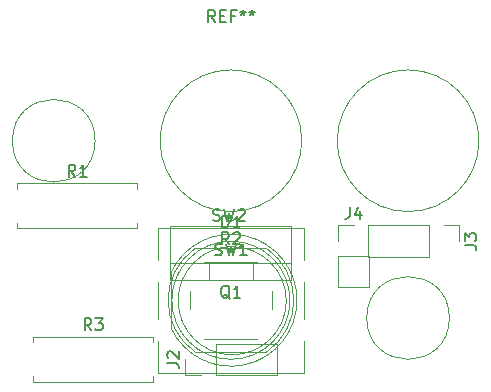
<source format=gbr>
%TF.GenerationSoftware,KiCad,Pcbnew,(6.0.5)*%
%TF.CreationDate,2022-06-01T17:15:45+01:00*%
%TF.ProjectId,OOEB-MODULE-PCB,4f4f4542-2d4d-44f4-9455-4c452d504342,rev?*%
%TF.SameCoordinates,Original*%
%TF.FileFunction,Legend,Top*%
%TF.FilePolarity,Positive*%
%FSLAX46Y46*%
G04 Gerber Fmt 4.6, Leading zero omitted, Abs format (unit mm)*
G04 Created by KiCad (PCBNEW (6.0.5)) date 2022-06-01 17:15:45*
%MOMM*%
%LPD*%
G01*
G04 APERTURE LIST*
%ADD10C,0.150000*%
%ADD11C,0.120000*%
G04 APERTURE END LIST*
D10*
%TO.C,REF\u002A\u002A*%
X-1333333Y17547619D02*
X-1666666Y18023809D01*
X-1904761Y17547619D02*
X-1904761Y18547619D01*
X-1523809Y18547619D01*
X-1428571Y18500000D01*
X-1380952Y18452380D01*
X-1333333Y18357142D01*
X-1333333Y18214285D01*
X-1380952Y18119047D01*
X-1428571Y18071428D01*
X-1523809Y18023809D01*
X-1904761Y18023809D01*
X-904761Y18071428D02*
X-571428Y18071428D01*
X-428571Y17547619D02*
X-904761Y17547619D01*
X-904761Y18547619D01*
X-428571Y18547619D01*
X333333Y18071428D02*
X0Y18071428D01*
X0Y17547619D02*
X0Y18547619D01*
X476190Y18547619D01*
X999999Y18547619D02*
X999999Y18309523D01*
X761904Y18404761D02*
X999999Y18309523D01*
X1238095Y18404761D01*
X857142Y18119047D02*
X999999Y18309523D01*
X1142857Y18119047D01*
X1761904Y18547619D02*
X1761904Y18309523D01*
X1523809Y18404761D02*
X1761904Y18309523D01*
X1999999Y18404761D01*
X1619047Y18119047D02*
X1761904Y18309523D01*
X1904761Y18119047D01*
%TO.C,SW2*%
X-1493333Y755238D02*
X-1350476Y707619D01*
X-1112380Y707619D01*
X-1017142Y755238D01*
X-969523Y802857D01*
X-921904Y898095D01*
X-921904Y993333D01*
X-969523Y1088571D01*
X-1017142Y1136190D01*
X-1112380Y1183809D01*
X-1302857Y1231428D01*
X-1398095Y1279047D01*
X-1445714Y1326666D01*
X-1493333Y1421904D01*
X-1493333Y1517142D01*
X-1445714Y1612380D01*
X-1398095Y1660000D01*
X-1302857Y1707619D01*
X-1064761Y1707619D01*
X-921904Y1660000D01*
X-588571Y1707619D02*
X-350476Y707619D01*
X-160000Y1421904D01*
X30476Y707619D01*
X268571Y1707619D01*
X601904Y1612380D02*
X649523Y1660000D01*
X744761Y1707619D01*
X982857Y1707619D01*
X1078095Y1660000D01*
X1125714Y1612380D01*
X1173333Y1517142D01*
X1173333Y1421904D01*
X1125714Y1279047D01*
X554285Y707619D01*
X1173333Y707619D01*
%TO.C,SW1*%
X-1333333Y-2154761D02*
X-1190476Y-2202380D01*
X-952380Y-2202380D01*
X-857142Y-2154761D01*
X-809523Y-2107142D01*
X-761904Y-2011904D01*
X-761904Y-1916666D01*
X-809523Y-1821428D01*
X-857142Y-1773809D01*
X-952380Y-1726190D01*
X-1142857Y-1678571D01*
X-1238095Y-1630952D01*
X-1285714Y-1583333D01*
X-1333333Y-1488095D01*
X-1333333Y-1392857D01*
X-1285714Y-1297619D01*
X-1238095Y-1250000D01*
X-1142857Y-1202380D01*
X-904761Y-1202380D01*
X-761904Y-1250000D01*
X-428571Y-1202380D02*
X-190476Y-2202380D01*
X0Y-1488095D01*
X190476Y-2202380D01*
X428571Y-1202380D01*
X1333333Y-2202380D02*
X761904Y-2202380D01*
X1047619Y-2202380D02*
X1047619Y-1202380D01*
X952380Y-1345238D01*
X857142Y-1440476D01*
X761904Y-1488095D01*
%TO.C,R3*%
X-11816666Y-8532380D02*
X-12150000Y-8056190D01*
X-12388095Y-8532380D02*
X-12388095Y-7532380D01*
X-12007142Y-7532380D01*
X-11911904Y-7580000D01*
X-11864285Y-7627619D01*
X-11816666Y-7722857D01*
X-11816666Y-7865714D01*
X-11864285Y-7960952D01*
X-11911904Y-8008571D01*
X-12007142Y-8056190D01*
X-12388095Y-8056190D01*
X-11483333Y-7532380D02*
X-10864285Y-7532380D01*
X-11197619Y-7913333D01*
X-11054761Y-7913333D01*
X-10959523Y-7960952D01*
X-10911904Y-8008571D01*
X-10864285Y-8103809D01*
X-10864285Y-8341904D01*
X-10911904Y-8437142D01*
X-10959523Y-8484761D01*
X-11054761Y-8532380D01*
X-11340476Y-8532380D01*
X-11435714Y-8484761D01*
X-11483333Y-8437142D01*
%TO.C,R2*%
X-166666Y-1252380D02*
X-500000Y-776190D01*
X-738095Y-1252380D02*
X-738095Y-252380D01*
X-357142Y-252380D01*
X-261904Y-300000D01*
X-214285Y-347619D01*
X-166666Y-442857D01*
X-166666Y-585714D01*
X-214285Y-680952D01*
X-261904Y-728571D01*
X-357142Y-776190D01*
X-738095Y-776190D01*
X214285Y-347619D02*
X261904Y-300000D01*
X357142Y-252380D01*
X595238Y-252380D01*
X690476Y-300000D01*
X738095Y-347619D01*
X785714Y-442857D01*
X785714Y-538095D01*
X738095Y-680952D01*
X166666Y-1252380D01*
X785714Y-1252380D01*
%TO.C,R1*%
X-13166666Y4467619D02*
X-13500000Y4943809D01*
X-13738095Y4467619D02*
X-13738095Y5467619D01*
X-13357142Y5467619D01*
X-13261904Y5420000D01*
X-13214285Y5372380D01*
X-13166666Y5277142D01*
X-13166666Y5134285D01*
X-13214285Y5039047D01*
X-13261904Y4991428D01*
X-13357142Y4943809D01*
X-13738095Y4943809D01*
X-12214285Y4467619D02*
X-12785714Y4467619D01*
X-12500000Y4467619D02*
X-12500000Y5467619D01*
X-12595238Y5324761D01*
X-12690476Y5229523D01*
X-12785714Y5181904D01*
%TO.C,Q1*%
X-95238Y-5872619D02*
X-190476Y-5825000D01*
X-285714Y-5729761D01*
X-428571Y-5586904D01*
X-523809Y-5539285D01*
X-619047Y-5539285D01*
X-571428Y-5777380D02*
X-666666Y-5729761D01*
X-761904Y-5634523D01*
X-809523Y-5444047D01*
X-809523Y-5110714D01*
X-761904Y-4920238D01*
X-666666Y-4825000D01*
X-571428Y-4777380D01*
X-380952Y-4777380D01*
X-285714Y-4825000D01*
X-190476Y-4920238D01*
X-142857Y-5110714D01*
X-142857Y-5444047D01*
X-190476Y-5634523D01*
X-285714Y-5729761D01*
X-380952Y-5777380D01*
X-571428Y-5777380D01*
X809523Y-5777380D02*
X238095Y-5777380D01*
X523809Y-5777380D02*
X523809Y-4777380D01*
X428571Y-4920238D01*
X333333Y-5015476D01*
X238095Y-5063095D01*
%TO.C,J4*%
X10051666Y1877619D02*
X10051666Y1163333D01*
X10004047Y1020476D01*
X9908809Y925238D01*
X9765952Y877619D01*
X9670714Y877619D01*
X10956428Y1544285D02*
X10956428Y877619D01*
X10718333Y1925238D02*
X10480238Y1210952D01*
X11099285Y1210952D01*
%TO.C,J3*%
X19782380Y-1333333D02*
X20496666Y-1333333D01*
X20639523Y-1380952D01*
X20734761Y-1476190D01*
X20782380Y-1619047D01*
X20782380Y-1714285D01*
X19782380Y-952380D02*
X19782380Y-333333D01*
X20163333Y-666666D01*
X20163333Y-523809D01*
X20210952Y-428571D01*
X20258571Y-380952D01*
X20353809Y-333333D01*
X20591904Y-333333D01*
X20687142Y-380952D01*
X20734761Y-428571D01*
X20782380Y-523809D01*
X20782380Y-809523D01*
X20734761Y-904761D01*
X20687142Y-952380D01*
%TO.C,J2*%
X-5402619Y-11333333D02*
X-4688333Y-11333333D01*
X-4545476Y-11380952D01*
X-4450238Y-11476190D01*
X-4402619Y-11619047D01*
X-4402619Y-11714285D01*
X-5307380Y-10904761D02*
X-5355000Y-10857142D01*
X-5402619Y-10761904D01*
X-5402619Y-10523809D01*
X-5355000Y-10428571D01*
X-5307380Y-10380952D01*
X-5212142Y-10333333D01*
X-5116904Y-10333333D01*
X-4974047Y-10380952D01*
X-4402619Y-10952380D01*
X-4402619Y-10333333D01*
%TO.C,D1*%
X-738095Y107619D02*
X-738095Y1107619D01*
X-500000Y1107619D01*
X-357142Y1060000D01*
X-261904Y964761D01*
X-214285Y869523D01*
X-166666Y679047D01*
X-166666Y536190D01*
X-214285Y345714D01*
X-261904Y250476D01*
X-357142Y155238D01*
X-500000Y107619D01*
X-738095Y107619D01*
X785714Y107619D02*
X214285Y107619D01*
X499999Y107619D02*
X499999Y1107619D01*
X404761Y964761D01*
X309523Y869523D01*
X214285Y821904D01*
D11*
%TO.C,REF\u002A\u002A*%
X-11500000Y7500000D02*
G75*
G03*
X-11500000Y7500000I-3500000J0D01*
G01*
X21000000Y7500000D02*
G75*
G03*
X21000000Y7500000I-6000000J0D01*
G01*
X6000000Y7500000D02*
G75*
G03*
X6000000Y7500000I-6000000J0D01*
G01*
X18500000Y-7500000D02*
G75*
G03*
X18500000Y-7500000I-3500000J0D01*
G01*
%TO.C,SW2*%
X6160000Y150000D02*
X6160000Y-2570000D01*
X-6140000Y-2570000D02*
X-6140000Y150000D01*
X-6140000Y-7570000D02*
X-6140000Y-4430000D01*
X-6140000Y150000D02*
X6160000Y150000D01*
X6160000Y-9430000D02*
X6160000Y-12150000D01*
X6160000Y-4430000D02*
X6160000Y-7570000D01*
X6160000Y-12150000D02*
X-6140000Y-12150000D01*
X-6140000Y-12150000D02*
X-6140000Y-9430000D01*
X4689050Y-6040000D02*
G75*
G03*
X4689050Y-6040000I-4579050J0D01*
G01*
%TO.C,SW1*%
X3500000Y-6750000D02*
X3500000Y-5250000D01*
X2250000Y-2750000D02*
X-2250000Y-2750000D01*
X-3500000Y-5250000D02*
X-3500000Y-6750000D01*
X-2250000Y-9250000D02*
X2250000Y-9250000D01*
%TO.C,R3*%
X-6580000Y-9080000D02*
X-6580000Y-9560000D01*
X-16720000Y-12920000D02*
X-6580000Y-12920000D01*
X-16720000Y-12440000D02*
X-16720000Y-12920000D01*
X-16720000Y-9080000D02*
X-6580000Y-9080000D01*
X-6580000Y-12920000D02*
X-6580000Y-12440000D01*
X-16720000Y-9560000D02*
X-16720000Y-9080000D01*
%TO.C,R2*%
X3032650Y-10377560D02*
G75*
G03*
X3000000Y-1600000I-3032650J4377560D01*
G01*
X-3032650Y-1622440D02*
G75*
G03*
X-3000000Y-10400000I3032650J-4377560D01*
G01*
X-3000000Y-1600000D02*
X3000000Y-1600000D01*
X-3000000Y-10400000D02*
X3000000Y-10400000D01*
%TO.C,R1*%
X-18070000Y3440000D02*
X-18070000Y3920000D01*
X-7930000Y80000D02*
X-7930000Y560000D01*
X-18070000Y3920000D02*
X-7930000Y3920000D01*
X-18070000Y560000D02*
X-18070000Y80000D01*
X-18070000Y80000D02*
X-7930000Y80000D01*
X-7930000Y3920000D02*
X-7930000Y3440000D01*
%TO.C,Q1*%
X5120000Y-2815000D02*
X-5120000Y-2815000D01*
X-5120000Y-4325000D02*
X-5120000Y316000D01*
X5120000Y316000D02*
X-5120000Y316000D01*
X5120000Y-4325000D02*
X5120000Y316000D01*
X-1851000Y-4325000D02*
X-1851000Y-2815000D01*
X1850000Y-4325000D02*
X1850000Y-2815000D01*
X5120000Y-4325000D02*
X-5120000Y-4325000D01*
%TO.C,J4*%
X9055000Y-1000000D02*
X9055000Y330000D01*
X9055000Y-4870000D02*
X11715000Y-4870000D01*
X9055000Y-2270000D02*
X9055000Y-4870000D01*
X9055000Y-2270000D02*
X11715000Y-2270000D01*
X9055000Y330000D02*
X10385000Y330000D01*
X11715000Y-2270000D02*
X11715000Y-4870000D01*
%TO.C,J3*%
X16730000Y330000D02*
X16730000Y-2330000D01*
X19330000Y330000D02*
X19330000Y-1000000D01*
X16730000Y-2330000D02*
X11590000Y-2330000D01*
X18000000Y330000D02*
X19330000Y330000D01*
X16730000Y330000D02*
X11590000Y330000D01*
X11590000Y330000D02*
X11590000Y-2330000D01*
%TO.C,J2*%
X3885000Y-12330000D02*
X3885000Y-9670000D01*
X-1255000Y-12330000D02*
X3885000Y-12330000D01*
X-2525000Y-12330000D02*
X-3855000Y-12330000D01*
X-1255000Y-9670000D02*
X3885000Y-9670000D01*
X-3855000Y-12330000D02*
X-3855000Y-11000000D01*
X-1255000Y-12330000D02*
X-1255000Y-9670000D01*
%TO.C,D1*%
X-5060000Y-3624000D02*
X-5060000Y-8376000D01*
X-5060000Y-8375816D02*
G75*
G03*
X5589998Y-6004741I5060000J2375816D01*
G01*
X5589998Y-5995259D02*
G75*
G03*
X-5060000Y-3624184I-5589998J-4741D01*
G01*
X5000000Y-6000000D02*
G75*
G03*
X5000000Y-6000000I-5000000J0D01*
G01*
%TD*%
M02*

</source>
